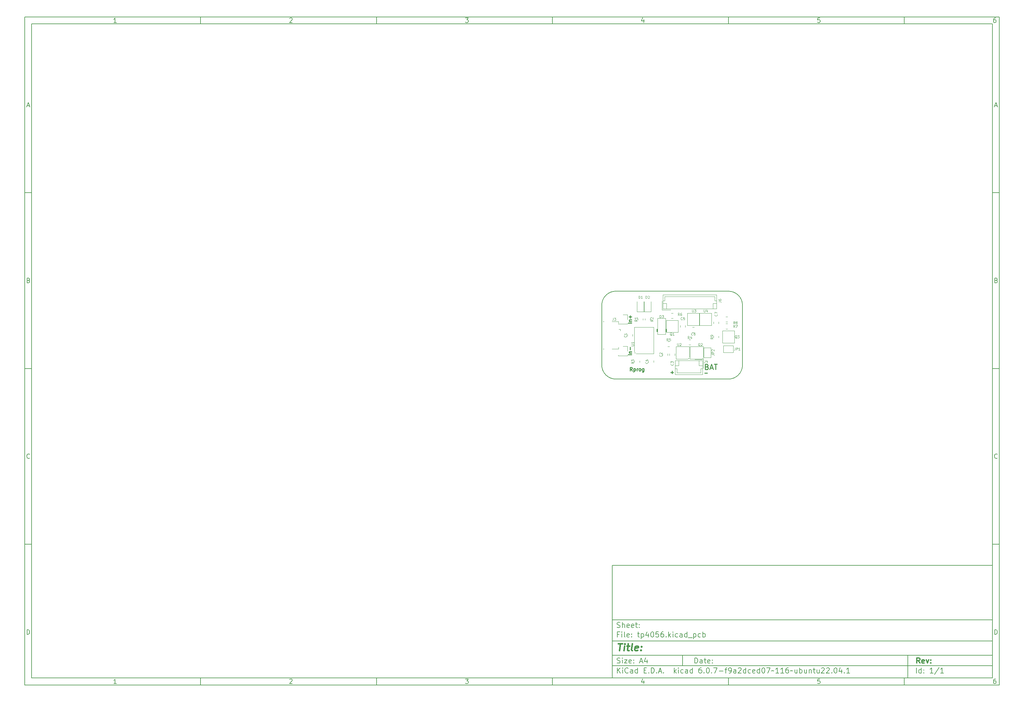
<source format=gbr>
%TF.GenerationSoftware,KiCad,Pcbnew,6.0.7-f9a2dced07~116~ubuntu22.04.1*%
%TF.CreationDate,2022-09-07T10:58:27-03:00*%
%TF.ProjectId,tp4056,74703430-3536-42e6-9b69-6361645f7063,rev?*%
%TF.SameCoordinates,Original*%
%TF.FileFunction,Legend,Top*%
%TF.FilePolarity,Positive*%
%FSLAX46Y46*%
G04 Gerber Fmt 4.6, Leading zero omitted, Abs format (unit mm)*
G04 Created by KiCad (PCBNEW 6.0.7-f9a2dced07~116~ubuntu22.04.1) date 2022-09-07 10:58:27*
%MOMM*%
%LPD*%
G01*
G04 APERTURE LIST*
%ADD10C,0.100000*%
%ADD11C,0.150000*%
%ADD12C,0.300000*%
%ADD13C,0.400000*%
%ADD14C,0.250000*%
%ADD15C,0.120000*%
%ADD16C,0.200000*%
%TA.AperFunction,Profile*%
%ADD17C,0.150000*%
%TD*%
G04 APERTURE END LIST*
D10*
D11*
X177002200Y-166007200D02*
X177002200Y-198007200D01*
X285002200Y-198007200D01*
X285002200Y-166007200D01*
X177002200Y-166007200D01*
D10*
D11*
X10000000Y-10000000D02*
X10000000Y-200007200D01*
X287002200Y-200007200D01*
X287002200Y-10000000D01*
X10000000Y-10000000D01*
D10*
D11*
X12000000Y-12000000D02*
X12000000Y-198007200D01*
X285002200Y-198007200D01*
X285002200Y-12000000D01*
X12000000Y-12000000D01*
D10*
D11*
X60000000Y-12000000D02*
X60000000Y-10000000D01*
D10*
D11*
X110000000Y-12000000D02*
X110000000Y-10000000D01*
D10*
D11*
X160000000Y-12000000D02*
X160000000Y-10000000D01*
D10*
D11*
X210000000Y-12000000D02*
X210000000Y-10000000D01*
D10*
D11*
X260000000Y-12000000D02*
X260000000Y-10000000D01*
D10*
D11*
X36065476Y-11588095D02*
X35322619Y-11588095D01*
X35694047Y-11588095D02*
X35694047Y-10288095D01*
X35570238Y-10473809D01*
X35446428Y-10597619D01*
X35322619Y-10659523D01*
D10*
D11*
X85322619Y-10411904D02*
X85384523Y-10350000D01*
X85508333Y-10288095D01*
X85817857Y-10288095D01*
X85941666Y-10350000D01*
X86003571Y-10411904D01*
X86065476Y-10535714D01*
X86065476Y-10659523D01*
X86003571Y-10845238D01*
X85260714Y-11588095D01*
X86065476Y-11588095D01*
D10*
D11*
X135260714Y-10288095D02*
X136065476Y-10288095D01*
X135632142Y-10783333D01*
X135817857Y-10783333D01*
X135941666Y-10845238D01*
X136003571Y-10907142D01*
X136065476Y-11030952D01*
X136065476Y-11340476D01*
X136003571Y-11464285D01*
X135941666Y-11526190D01*
X135817857Y-11588095D01*
X135446428Y-11588095D01*
X135322619Y-11526190D01*
X135260714Y-11464285D01*
D10*
D11*
X185941666Y-10721428D02*
X185941666Y-11588095D01*
X185632142Y-10226190D02*
X185322619Y-11154761D01*
X186127380Y-11154761D01*
D10*
D11*
X236003571Y-10288095D02*
X235384523Y-10288095D01*
X235322619Y-10907142D01*
X235384523Y-10845238D01*
X235508333Y-10783333D01*
X235817857Y-10783333D01*
X235941666Y-10845238D01*
X236003571Y-10907142D01*
X236065476Y-11030952D01*
X236065476Y-11340476D01*
X236003571Y-11464285D01*
X235941666Y-11526190D01*
X235817857Y-11588095D01*
X235508333Y-11588095D01*
X235384523Y-11526190D01*
X235322619Y-11464285D01*
D10*
D11*
X285941666Y-10288095D02*
X285694047Y-10288095D01*
X285570238Y-10350000D01*
X285508333Y-10411904D01*
X285384523Y-10597619D01*
X285322619Y-10845238D01*
X285322619Y-11340476D01*
X285384523Y-11464285D01*
X285446428Y-11526190D01*
X285570238Y-11588095D01*
X285817857Y-11588095D01*
X285941666Y-11526190D01*
X286003571Y-11464285D01*
X286065476Y-11340476D01*
X286065476Y-11030952D01*
X286003571Y-10907142D01*
X285941666Y-10845238D01*
X285817857Y-10783333D01*
X285570238Y-10783333D01*
X285446428Y-10845238D01*
X285384523Y-10907142D01*
X285322619Y-11030952D01*
D10*
D11*
X60000000Y-198007200D02*
X60000000Y-200007200D01*
D10*
D11*
X110000000Y-198007200D02*
X110000000Y-200007200D01*
D10*
D11*
X160000000Y-198007200D02*
X160000000Y-200007200D01*
D10*
D11*
X210000000Y-198007200D02*
X210000000Y-200007200D01*
D10*
D11*
X260000000Y-198007200D02*
X260000000Y-200007200D01*
D10*
D11*
X36065476Y-199595295D02*
X35322619Y-199595295D01*
X35694047Y-199595295D02*
X35694047Y-198295295D01*
X35570238Y-198481009D01*
X35446428Y-198604819D01*
X35322619Y-198666723D01*
D10*
D11*
X85322619Y-198419104D02*
X85384523Y-198357200D01*
X85508333Y-198295295D01*
X85817857Y-198295295D01*
X85941666Y-198357200D01*
X86003571Y-198419104D01*
X86065476Y-198542914D01*
X86065476Y-198666723D01*
X86003571Y-198852438D01*
X85260714Y-199595295D01*
X86065476Y-199595295D01*
D10*
D11*
X135260714Y-198295295D02*
X136065476Y-198295295D01*
X135632142Y-198790533D01*
X135817857Y-198790533D01*
X135941666Y-198852438D01*
X136003571Y-198914342D01*
X136065476Y-199038152D01*
X136065476Y-199347676D01*
X136003571Y-199471485D01*
X135941666Y-199533390D01*
X135817857Y-199595295D01*
X135446428Y-199595295D01*
X135322619Y-199533390D01*
X135260714Y-199471485D01*
D10*
D11*
X185941666Y-198728628D02*
X185941666Y-199595295D01*
X185632142Y-198233390D02*
X185322619Y-199161961D01*
X186127380Y-199161961D01*
D10*
D11*
X236003571Y-198295295D02*
X235384523Y-198295295D01*
X235322619Y-198914342D01*
X235384523Y-198852438D01*
X235508333Y-198790533D01*
X235817857Y-198790533D01*
X235941666Y-198852438D01*
X236003571Y-198914342D01*
X236065476Y-199038152D01*
X236065476Y-199347676D01*
X236003571Y-199471485D01*
X235941666Y-199533390D01*
X235817857Y-199595295D01*
X235508333Y-199595295D01*
X235384523Y-199533390D01*
X235322619Y-199471485D01*
D10*
D11*
X285941666Y-198295295D02*
X285694047Y-198295295D01*
X285570238Y-198357200D01*
X285508333Y-198419104D01*
X285384523Y-198604819D01*
X285322619Y-198852438D01*
X285322619Y-199347676D01*
X285384523Y-199471485D01*
X285446428Y-199533390D01*
X285570238Y-199595295D01*
X285817857Y-199595295D01*
X285941666Y-199533390D01*
X286003571Y-199471485D01*
X286065476Y-199347676D01*
X286065476Y-199038152D01*
X286003571Y-198914342D01*
X285941666Y-198852438D01*
X285817857Y-198790533D01*
X285570238Y-198790533D01*
X285446428Y-198852438D01*
X285384523Y-198914342D01*
X285322619Y-199038152D01*
D10*
D11*
X10000000Y-60000000D02*
X12000000Y-60000000D01*
D10*
D11*
X10000000Y-110000000D02*
X12000000Y-110000000D01*
D10*
D11*
X10000000Y-160000000D02*
X12000000Y-160000000D01*
D10*
D11*
X10690476Y-35216666D02*
X11309523Y-35216666D01*
X10566666Y-35588095D02*
X11000000Y-34288095D01*
X11433333Y-35588095D01*
D10*
D11*
X11092857Y-84907142D02*
X11278571Y-84969047D01*
X11340476Y-85030952D01*
X11402380Y-85154761D01*
X11402380Y-85340476D01*
X11340476Y-85464285D01*
X11278571Y-85526190D01*
X11154761Y-85588095D01*
X10659523Y-85588095D01*
X10659523Y-84288095D01*
X11092857Y-84288095D01*
X11216666Y-84350000D01*
X11278571Y-84411904D01*
X11340476Y-84535714D01*
X11340476Y-84659523D01*
X11278571Y-84783333D01*
X11216666Y-84845238D01*
X11092857Y-84907142D01*
X10659523Y-84907142D01*
D10*
D11*
X11402380Y-135464285D02*
X11340476Y-135526190D01*
X11154761Y-135588095D01*
X11030952Y-135588095D01*
X10845238Y-135526190D01*
X10721428Y-135402380D01*
X10659523Y-135278571D01*
X10597619Y-135030952D01*
X10597619Y-134845238D01*
X10659523Y-134597619D01*
X10721428Y-134473809D01*
X10845238Y-134350000D01*
X11030952Y-134288095D01*
X11154761Y-134288095D01*
X11340476Y-134350000D01*
X11402380Y-134411904D01*
D10*
D11*
X10659523Y-185588095D02*
X10659523Y-184288095D01*
X10969047Y-184288095D01*
X11154761Y-184350000D01*
X11278571Y-184473809D01*
X11340476Y-184597619D01*
X11402380Y-184845238D01*
X11402380Y-185030952D01*
X11340476Y-185278571D01*
X11278571Y-185402380D01*
X11154761Y-185526190D01*
X10969047Y-185588095D01*
X10659523Y-185588095D01*
D10*
D11*
X287002200Y-60000000D02*
X285002200Y-60000000D01*
D10*
D11*
X287002200Y-110000000D02*
X285002200Y-110000000D01*
D10*
D11*
X287002200Y-160000000D02*
X285002200Y-160000000D01*
D10*
D11*
X285692676Y-35216666D02*
X286311723Y-35216666D01*
X285568866Y-35588095D02*
X286002200Y-34288095D01*
X286435533Y-35588095D01*
D10*
D11*
X286095057Y-84907142D02*
X286280771Y-84969047D01*
X286342676Y-85030952D01*
X286404580Y-85154761D01*
X286404580Y-85340476D01*
X286342676Y-85464285D01*
X286280771Y-85526190D01*
X286156961Y-85588095D01*
X285661723Y-85588095D01*
X285661723Y-84288095D01*
X286095057Y-84288095D01*
X286218866Y-84350000D01*
X286280771Y-84411904D01*
X286342676Y-84535714D01*
X286342676Y-84659523D01*
X286280771Y-84783333D01*
X286218866Y-84845238D01*
X286095057Y-84907142D01*
X285661723Y-84907142D01*
D10*
D11*
X286404580Y-135464285D02*
X286342676Y-135526190D01*
X286156961Y-135588095D01*
X286033152Y-135588095D01*
X285847438Y-135526190D01*
X285723628Y-135402380D01*
X285661723Y-135278571D01*
X285599819Y-135030952D01*
X285599819Y-134845238D01*
X285661723Y-134597619D01*
X285723628Y-134473809D01*
X285847438Y-134350000D01*
X286033152Y-134288095D01*
X286156961Y-134288095D01*
X286342676Y-134350000D01*
X286404580Y-134411904D01*
D10*
D11*
X285661723Y-185588095D02*
X285661723Y-184288095D01*
X285971247Y-184288095D01*
X286156961Y-184350000D01*
X286280771Y-184473809D01*
X286342676Y-184597619D01*
X286404580Y-184845238D01*
X286404580Y-185030952D01*
X286342676Y-185278571D01*
X286280771Y-185402380D01*
X286156961Y-185526190D01*
X285971247Y-185588095D01*
X285661723Y-185588095D01*
D10*
D11*
X200434342Y-193785771D02*
X200434342Y-192285771D01*
X200791485Y-192285771D01*
X201005771Y-192357200D01*
X201148628Y-192500057D01*
X201220057Y-192642914D01*
X201291485Y-192928628D01*
X201291485Y-193142914D01*
X201220057Y-193428628D01*
X201148628Y-193571485D01*
X201005771Y-193714342D01*
X200791485Y-193785771D01*
X200434342Y-193785771D01*
X202577200Y-193785771D02*
X202577200Y-193000057D01*
X202505771Y-192857200D01*
X202362914Y-192785771D01*
X202077200Y-192785771D01*
X201934342Y-192857200D01*
X202577200Y-193714342D02*
X202434342Y-193785771D01*
X202077200Y-193785771D01*
X201934342Y-193714342D01*
X201862914Y-193571485D01*
X201862914Y-193428628D01*
X201934342Y-193285771D01*
X202077200Y-193214342D01*
X202434342Y-193214342D01*
X202577200Y-193142914D01*
X203077200Y-192785771D02*
X203648628Y-192785771D01*
X203291485Y-192285771D02*
X203291485Y-193571485D01*
X203362914Y-193714342D01*
X203505771Y-193785771D01*
X203648628Y-193785771D01*
X204720057Y-193714342D02*
X204577200Y-193785771D01*
X204291485Y-193785771D01*
X204148628Y-193714342D01*
X204077200Y-193571485D01*
X204077200Y-193000057D01*
X204148628Y-192857200D01*
X204291485Y-192785771D01*
X204577200Y-192785771D01*
X204720057Y-192857200D01*
X204791485Y-193000057D01*
X204791485Y-193142914D01*
X204077200Y-193285771D01*
X205434342Y-193642914D02*
X205505771Y-193714342D01*
X205434342Y-193785771D01*
X205362914Y-193714342D01*
X205434342Y-193642914D01*
X205434342Y-193785771D01*
X205434342Y-192857200D02*
X205505771Y-192928628D01*
X205434342Y-193000057D01*
X205362914Y-192928628D01*
X205434342Y-192857200D01*
X205434342Y-193000057D01*
D10*
D11*
X177002200Y-194507200D02*
X285002200Y-194507200D01*
D10*
D11*
X178434342Y-196585771D02*
X178434342Y-195085771D01*
X179291485Y-196585771D02*
X178648628Y-195728628D01*
X179291485Y-195085771D02*
X178434342Y-195942914D01*
X179934342Y-196585771D02*
X179934342Y-195585771D01*
X179934342Y-195085771D02*
X179862914Y-195157200D01*
X179934342Y-195228628D01*
X180005771Y-195157200D01*
X179934342Y-195085771D01*
X179934342Y-195228628D01*
X181505771Y-196442914D02*
X181434342Y-196514342D01*
X181220057Y-196585771D01*
X181077200Y-196585771D01*
X180862914Y-196514342D01*
X180720057Y-196371485D01*
X180648628Y-196228628D01*
X180577200Y-195942914D01*
X180577200Y-195728628D01*
X180648628Y-195442914D01*
X180720057Y-195300057D01*
X180862914Y-195157200D01*
X181077200Y-195085771D01*
X181220057Y-195085771D01*
X181434342Y-195157200D01*
X181505771Y-195228628D01*
X182791485Y-196585771D02*
X182791485Y-195800057D01*
X182720057Y-195657200D01*
X182577200Y-195585771D01*
X182291485Y-195585771D01*
X182148628Y-195657200D01*
X182791485Y-196514342D02*
X182648628Y-196585771D01*
X182291485Y-196585771D01*
X182148628Y-196514342D01*
X182077200Y-196371485D01*
X182077200Y-196228628D01*
X182148628Y-196085771D01*
X182291485Y-196014342D01*
X182648628Y-196014342D01*
X182791485Y-195942914D01*
X184148628Y-196585771D02*
X184148628Y-195085771D01*
X184148628Y-196514342D02*
X184005771Y-196585771D01*
X183720057Y-196585771D01*
X183577200Y-196514342D01*
X183505771Y-196442914D01*
X183434342Y-196300057D01*
X183434342Y-195871485D01*
X183505771Y-195728628D01*
X183577200Y-195657200D01*
X183720057Y-195585771D01*
X184005771Y-195585771D01*
X184148628Y-195657200D01*
X186005771Y-195800057D02*
X186505771Y-195800057D01*
X186720057Y-196585771D02*
X186005771Y-196585771D01*
X186005771Y-195085771D01*
X186720057Y-195085771D01*
X187362914Y-196442914D02*
X187434342Y-196514342D01*
X187362914Y-196585771D01*
X187291485Y-196514342D01*
X187362914Y-196442914D01*
X187362914Y-196585771D01*
X188077200Y-196585771D02*
X188077200Y-195085771D01*
X188434342Y-195085771D01*
X188648628Y-195157200D01*
X188791485Y-195300057D01*
X188862914Y-195442914D01*
X188934342Y-195728628D01*
X188934342Y-195942914D01*
X188862914Y-196228628D01*
X188791485Y-196371485D01*
X188648628Y-196514342D01*
X188434342Y-196585771D01*
X188077200Y-196585771D01*
X189577200Y-196442914D02*
X189648628Y-196514342D01*
X189577200Y-196585771D01*
X189505771Y-196514342D01*
X189577200Y-196442914D01*
X189577200Y-196585771D01*
X190220057Y-196157200D02*
X190934342Y-196157200D01*
X190077200Y-196585771D02*
X190577200Y-195085771D01*
X191077200Y-196585771D01*
X191577200Y-196442914D02*
X191648628Y-196514342D01*
X191577200Y-196585771D01*
X191505771Y-196514342D01*
X191577200Y-196442914D01*
X191577200Y-196585771D01*
X194577200Y-196585771D02*
X194577200Y-195085771D01*
X194720057Y-196014342D02*
X195148628Y-196585771D01*
X195148628Y-195585771D02*
X194577200Y-196157200D01*
X195791485Y-196585771D02*
X195791485Y-195585771D01*
X195791485Y-195085771D02*
X195720057Y-195157200D01*
X195791485Y-195228628D01*
X195862914Y-195157200D01*
X195791485Y-195085771D01*
X195791485Y-195228628D01*
X197148628Y-196514342D02*
X197005771Y-196585771D01*
X196720057Y-196585771D01*
X196577200Y-196514342D01*
X196505771Y-196442914D01*
X196434342Y-196300057D01*
X196434342Y-195871485D01*
X196505771Y-195728628D01*
X196577200Y-195657200D01*
X196720057Y-195585771D01*
X197005771Y-195585771D01*
X197148628Y-195657200D01*
X198434342Y-196585771D02*
X198434342Y-195800057D01*
X198362914Y-195657200D01*
X198220057Y-195585771D01*
X197934342Y-195585771D01*
X197791485Y-195657200D01*
X198434342Y-196514342D02*
X198291485Y-196585771D01*
X197934342Y-196585771D01*
X197791485Y-196514342D01*
X197720057Y-196371485D01*
X197720057Y-196228628D01*
X197791485Y-196085771D01*
X197934342Y-196014342D01*
X198291485Y-196014342D01*
X198434342Y-195942914D01*
X199791485Y-196585771D02*
X199791485Y-195085771D01*
X199791485Y-196514342D02*
X199648628Y-196585771D01*
X199362914Y-196585771D01*
X199220057Y-196514342D01*
X199148628Y-196442914D01*
X199077200Y-196300057D01*
X199077200Y-195871485D01*
X199148628Y-195728628D01*
X199220057Y-195657200D01*
X199362914Y-195585771D01*
X199648628Y-195585771D01*
X199791485Y-195657200D01*
X202291485Y-195085771D02*
X202005771Y-195085771D01*
X201862914Y-195157200D01*
X201791485Y-195228628D01*
X201648628Y-195442914D01*
X201577200Y-195728628D01*
X201577200Y-196300057D01*
X201648628Y-196442914D01*
X201720057Y-196514342D01*
X201862914Y-196585771D01*
X202148628Y-196585771D01*
X202291485Y-196514342D01*
X202362914Y-196442914D01*
X202434342Y-196300057D01*
X202434342Y-195942914D01*
X202362914Y-195800057D01*
X202291485Y-195728628D01*
X202148628Y-195657200D01*
X201862914Y-195657200D01*
X201720057Y-195728628D01*
X201648628Y-195800057D01*
X201577200Y-195942914D01*
X203077200Y-196442914D02*
X203148628Y-196514342D01*
X203077200Y-196585771D01*
X203005771Y-196514342D01*
X203077200Y-196442914D01*
X203077200Y-196585771D01*
X204077200Y-195085771D02*
X204220057Y-195085771D01*
X204362914Y-195157200D01*
X204434342Y-195228628D01*
X204505771Y-195371485D01*
X204577200Y-195657200D01*
X204577200Y-196014342D01*
X204505771Y-196300057D01*
X204434342Y-196442914D01*
X204362914Y-196514342D01*
X204220057Y-196585771D01*
X204077200Y-196585771D01*
X203934342Y-196514342D01*
X203862914Y-196442914D01*
X203791485Y-196300057D01*
X203720057Y-196014342D01*
X203720057Y-195657200D01*
X203791485Y-195371485D01*
X203862914Y-195228628D01*
X203934342Y-195157200D01*
X204077200Y-195085771D01*
X205220057Y-196442914D02*
X205291485Y-196514342D01*
X205220057Y-196585771D01*
X205148628Y-196514342D01*
X205220057Y-196442914D01*
X205220057Y-196585771D01*
X205791485Y-195085771D02*
X206791485Y-195085771D01*
X206148628Y-196585771D01*
X207362914Y-196014342D02*
X208505771Y-196014342D01*
X209005771Y-195585771D02*
X209577200Y-195585771D01*
X209220057Y-196585771D02*
X209220057Y-195300057D01*
X209291485Y-195157200D01*
X209434342Y-195085771D01*
X209577200Y-195085771D01*
X210148628Y-196585771D02*
X210434342Y-196585771D01*
X210577200Y-196514342D01*
X210648628Y-196442914D01*
X210791485Y-196228628D01*
X210862914Y-195942914D01*
X210862914Y-195371485D01*
X210791485Y-195228628D01*
X210720057Y-195157200D01*
X210577200Y-195085771D01*
X210291485Y-195085771D01*
X210148628Y-195157200D01*
X210077200Y-195228628D01*
X210005771Y-195371485D01*
X210005771Y-195728628D01*
X210077200Y-195871485D01*
X210148628Y-195942914D01*
X210291485Y-196014342D01*
X210577200Y-196014342D01*
X210720057Y-195942914D01*
X210791485Y-195871485D01*
X210862914Y-195728628D01*
X212148628Y-196585771D02*
X212148628Y-195800057D01*
X212077200Y-195657200D01*
X211934342Y-195585771D01*
X211648628Y-195585771D01*
X211505771Y-195657200D01*
X212148628Y-196514342D02*
X212005771Y-196585771D01*
X211648628Y-196585771D01*
X211505771Y-196514342D01*
X211434342Y-196371485D01*
X211434342Y-196228628D01*
X211505771Y-196085771D01*
X211648628Y-196014342D01*
X212005771Y-196014342D01*
X212148628Y-195942914D01*
X212791485Y-195228628D02*
X212862914Y-195157200D01*
X213005771Y-195085771D01*
X213362914Y-195085771D01*
X213505771Y-195157200D01*
X213577200Y-195228628D01*
X213648628Y-195371485D01*
X213648628Y-195514342D01*
X213577200Y-195728628D01*
X212720057Y-196585771D01*
X213648628Y-196585771D01*
X214934342Y-196585771D02*
X214934342Y-195085771D01*
X214934342Y-196514342D02*
X214791485Y-196585771D01*
X214505771Y-196585771D01*
X214362914Y-196514342D01*
X214291485Y-196442914D01*
X214220057Y-196300057D01*
X214220057Y-195871485D01*
X214291485Y-195728628D01*
X214362914Y-195657200D01*
X214505771Y-195585771D01*
X214791485Y-195585771D01*
X214934342Y-195657200D01*
X216291485Y-196514342D02*
X216148628Y-196585771D01*
X215862914Y-196585771D01*
X215720057Y-196514342D01*
X215648628Y-196442914D01*
X215577200Y-196300057D01*
X215577200Y-195871485D01*
X215648628Y-195728628D01*
X215720057Y-195657200D01*
X215862914Y-195585771D01*
X216148628Y-195585771D01*
X216291485Y-195657200D01*
X217505771Y-196514342D02*
X217362914Y-196585771D01*
X217077200Y-196585771D01*
X216934342Y-196514342D01*
X216862914Y-196371485D01*
X216862914Y-195800057D01*
X216934342Y-195657200D01*
X217077200Y-195585771D01*
X217362914Y-195585771D01*
X217505771Y-195657200D01*
X217577200Y-195800057D01*
X217577200Y-195942914D01*
X216862914Y-196085771D01*
X218862914Y-196585771D02*
X218862914Y-195085771D01*
X218862914Y-196514342D02*
X218720057Y-196585771D01*
X218434342Y-196585771D01*
X218291485Y-196514342D01*
X218220057Y-196442914D01*
X218148628Y-196300057D01*
X218148628Y-195871485D01*
X218220057Y-195728628D01*
X218291485Y-195657200D01*
X218434342Y-195585771D01*
X218720057Y-195585771D01*
X218862914Y-195657200D01*
X219862914Y-195085771D02*
X220005771Y-195085771D01*
X220148628Y-195157200D01*
X220220057Y-195228628D01*
X220291485Y-195371485D01*
X220362914Y-195657200D01*
X220362914Y-196014342D01*
X220291485Y-196300057D01*
X220220057Y-196442914D01*
X220148628Y-196514342D01*
X220005771Y-196585771D01*
X219862914Y-196585771D01*
X219720057Y-196514342D01*
X219648628Y-196442914D01*
X219577200Y-196300057D01*
X219505771Y-196014342D01*
X219505771Y-195657200D01*
X219577200Y-195371485D01*
X219648628Y-195228628D01*
X219720057Y-195157200D01*
X219862914Y-195085771D01*
X220862914Y-195085771D02*
X221862914Y-195085771D01*
X221220057Y-196585771D01*
X222220057Y-196014342D02*
X222291485Y-195942914D01*
X222434342Y-195871485D01*
X222720057Y-196014342D01*
X222862914Y-195942914D01*
X222934342Y-195871485D01*
X224291485Y-196585771D02*
X223434342Y-196585771D01*
X223862914Y-196585771D02*
X223862914Y-195085771D01*
X223720057Y-195300057D01*
X223577200Y-195442914D01*
X223434342Y-195514342D01*
X225720057Y-196585771D02*
X224862914Y-196585771D01*
X225291485Y-196585771D02*
X225291485Y-195085771D01*
X225148628Y-195300057D01*
X225005771Y-195442914D01*
X224862914Y-195514342D01*
X227005771Y-195085771D02*
X226720057Y-195085771D01*
X226577200Y-195157200D01*
X226505771Y-195228628D01*
X226362914Y-195442914D01*
X226291485Y-195728628D01*
X226291485Y-196300057D01*
X226362914Y-196442914D01*
X226434342Y-196514342D01*
X226577200Y-196585771D01*
X226862914Y-196585771D01*
X227005771Y-196514342D01*
X227077200Y-196442914D01*
X227148628Y-196300057D01*
X227148628Y-195942914D01*
X227077200Y-195800057D01*
X227005771Y-195728628D01*
X226862914Y-195657200D01*
X226577200Y-195657200D01*
X226434342Y-195728628D01*
X226362914Y-195800057D01*
X226291485Y-195942914D01*
X227577199Y-196014342D02*
X227648628Y-195942914D01*
X227791485Y-195871485D01*
X228077199Y-196014342D01*
X228220057Y-195942914D01*
X228291485Y-195871485D01*
X229505771Y-195585771D02*
X229505771Y-196585771D01*
X228862914Y-195585771D02*
X228862914Y-196371485D01*
X228934342Y-196514342D01*
X229077200Y-196585771D01*
X229291485Y-196585771D01*
X229434342Y-196514342D01*
X229505771Y-196442914D01*
X230220057Y-196585771D02*
X230220057Y-195085771D01*
X230220057Y-195657200D02*
X230362914Y-195585771D01*
X230648628Y-195585771D01*
X230791485Y-195657200D01*
X230862914Y-195728628D01*
X230934342Y-195871485D01*
X230934342Y-196300057D01*
X230862914Y-196442914D01*
X230791485Y-196514342D01*
X230648628Y-196585771D01*
X230362914Y-196585771D01*
X230220057Y-196514342D01*
X232220057Y-195585771D02*
X232220057Y-196585771D01*
X231577200Y-195585771D02*
X231577200Y-196371485D01*
X231648628Y-196514342D01*
X231791485Y-196585771D01*
X232005771Y-196585771D01*
X232148628Y-196514342D01*
X232220057Y-196442914D01*
X232934342Y-195585771D02*
X232934342Y-196585771D01*
X232934342Y-195728628D02*
X233005771Y-195657200D01*
X233148628Y-195585771D01*
X233362914Y-195585771D01*
X233505771Y-195657200D01*
X233577200Y-195800057D01*
X233577200Y-196585771D01*
X234077200Y-195585771D02*
X234648628Y-195585771D01*
X234291485Y-195085771D02*
X234291485Y-196371485D01*
X234362914Y-196514342D01*
X234505771Y-196585771D01*
X234648628Y-196585771D01*
X235791485Y-195585771D02*
X235791485Y-196585771D01*
X235148628Y-195585771D02*
X235148628Y-196371485D01*
X235220057Y-196514342D01*
X235362914Y-196585771D01*
X235577200Y-196585771D01*
X235720057Y-196514342D01*
X235791485Y-196442914D01*
X236434342Y-195228628D02*
X236505771Y-195157200D01*
X236648628Y-195085771D01*
X237005771Y-195085771D01*
X237148628Y-195157200D01*
X237220057Y-195228628D01*
X237291485Y-195371485D01*
X237291485Y-195514342D01*
X237220057Y-195728628D01*
X236362914Y-196585771D01*
X237291485Y-196585771D01*
X237862914Y-195228628D02*
X237934342Y-195157200D01*
X238077200Y-195085771D01*
X238434342Y-195085771D01*
X238577200Y-195157200D01*
X238648628Y-195228628D01*
X238720057Y-195371485D01*
X238720057Y-195514342D01*
X238648628Y-195728628D01*
X237791485Y-196585771D01*
X238720057Y-196585771D01*
X239362914Y-196442914D02*
X239434342Y-196514342D01*
X239362914Y-196585771D01*
X239291485Y-196514342D01*
X239362914Y-196442914D01*
X239362914Y-196585771D01*
X240362914Y-195085771D02*
X240505771Y-195085771D01*
X240648628Y-195157200D01*
X240720057Y-195228628D01*
X240791485Y-195371485D01*
X240862914Y-195657200D01*
X240862914Y-196014342D01*
X240791485Y-196300057D01*
X240720057Y-196442914D01*
X240648628Y-196514342D01*
X240505771Y-196585771D01*
X240362914Y-196585771D01*
X240220057Y-196514342D01*
X240148628Y-196442914D01*
X240077200Y-196300057D01*
X240005771Y-196014342D01*
X240005771Y-195657200D01*
X240077200Y-195371485D01*
X240148628Y-195228628D01*
X240220057Y-195157200D01*
X240362914Y-195085771D01*
X242148628Y-195585771D02*
X242148628Y-196585771D01*
X241791485Y-195014342D02*
X241434342Y-196085771D01*
X242362914Y-196085771D01*
X242934342Y-196442914D02*
X243005771Y-196514342D01*
X242934342Y-196585771D01*
X242862914Y-196514342D01*
X242934342Y-196442914D01*
X242934342Y-196585771D01*
X244434342Y-196585771D02*
X243577199Y-196585771D01*
X244005771Y-196585771D02*
X244005771Y-195085771D01*
X243862914Y-195300057D01*
X243720057Y-195442914D01*
X243577199Y-195514342D01*
D10*
D11*
X177002200Y-191507200D02*
X285002200Y-191507200D01*
D10*
D12*
X264411485Y-193785771D02*
X263911485Y-193071485D01*
X263554342Y-193785771D02*
X263554342Y-192285771D01*
X264125771Y-192285771D01*
X264268628Y-192357200D01*
X264340057Y-192428628D01*
X264411485Y-192571485D01*
X264411485Y-192785771D01*
X264340057Y-192928628D01*
X264268628Y-193000057D01*
X264125771Y-193071485D01*
X263554342Y-193071485D01*
X265625771Y-193714342D02*
X265482914Y-193785771D01*
X265197200Y-193785771D01*
X265054342Y-193714342D01*
X264982914Y-193571485D01*
X264982914Y-193000057D01*
X265054342Y-192857200D01*
X265197200Y-192785771D01*
X265482914Y-192785771D01*
X265625771Y-192857200D01*
X265697200Y-193000057D01*
X265697200Y-193142914D01*
X264982914Y-193285771D01*
X266197200Y-192785771D02*
X266554342Y-193785771D01*
X266911485Y-192785771D01*
X267482914Y-193642914D02*
X267554342Y-193714342D01*
X267482914Y-193785771D01*
X267411485Y-193714342D01*
X267482914Y-193642914D01*
X267482914Y-193785771D01*
X267482914Y-192857200D02*
X267554342Y-192928628D01*
X267482914Y-193000057D01*
X267411485Y-192928628D01*
X267482914Y-192857200D01*
X267482914Y-193000057D01*
D10*
D11*
X178362914Y-193714342D02*
X178577200Y-193785771D01*
X178934342Y-193785771D01*
X179077200Y-193714342D01*
X179148628Y-193642914D01*
X179220057Y-193500057D01*
X179220057Y-193357200D01*
X179148628Y-193214342D01*
X179077200Y-193142914D01*
X178934342Y-193071485D01*
X178648628Y-193000057D01*
X178505771Y-192928628D01*
X178434342Y-192857200D01*
X178362914Y-192714342D01*
X178362914Y-192571485D01*
X178434342Y-192428628D01*
X178505771Y-192357200D01*
X178648628Y-192285771D01*
X179005771Y-192285771D01*
X179220057Y-192357200D01*
X179862914Y-193785771D02*
X179862914Y-192785771D01*
X179862914Y-192285771D02*
X179791485Y-192357200D01*
X179862914Y-192428628D01*
X179934342Y-192357200D01*
X179862914Y-192285771D01*
X179862914Y-192428628D01*
X180434342Y-192785771D02*
X181220057Y-192785771D01*
X180434342Y-193785771D01*
X181220057Y-193785771D01*
X182362914Y-193714342D02*
X182220057Y-193785771D01*
X181934342Y-193785771D01*
X181791485Y-193714342D01*
X181720057Y-193571485D01*
X181720057Y-193000057D01*
X181791485Y-192857200D01*
X181934342Y-192785771D01*
X182220057Y-192785771D01*
X182362914Y-192857200D01*
X182434342Y-193000057D01*
X182434342Y-193142914D01*
X181720057Y-193285771D01*
X183077200Y-193642914D02*
X183148628Y-193714342D01*
X183077200Y-193785771D01*
X183005771Y-193714342D01*
X183077200Y-193642914D01*
X183077200Y-193785771D01*
X183077200Y-192857200D02*
X183148628Y-192928628D01*
X183077200Y-193000057D01*
X183005771Y-192928628D01*
X183077200Y-192857200D01*
X183077200Y-193000057D01*
X184862914Y-193357200D02*
X185577200Y-193357200D01*
X184720057Y-193785771D02*
X185220057Y-192285771D01*
X185720057Y-193785771D01*
X186862914Y-192785771D02*
X186862914Y-193785771D01*
X186505771Y-192214342D02*
X186148628Y-193285771D01*
X187077200Y-193285771D01*
D10*
D11*
X263434342Y-196585771D02*
X263434342Y-195085771D01*
X264791485Y-196585771D02*
X264791485Y-195085771D01*
X264791485Y-196514342D02*
X264648628Y-196585771D01*
X264362914Y-196585771D01*
X264220057Y-196514342D01*
X264148628Y-196442914D01*
X264077200Y-196300057D01*
X264077200Y-195871485D01*
X264148628Y-195728628D01*
X264220057Y-195657200D01*
X264362914Y-195585771D01*
X264648628Y-195585771D01*
X264791485Y-195657200D01*
X265505771Y-196442914D02*
X265577200Y-196514342D01*
X265505771Y-196585771D01*
X265434342Y-196514342D01*
X265505771Y-196442914D01*
X265505771Y-196585771D01*
X265505771Y-195657200D02*
X265577200Y-195728628D01*
X265505771Y-195800057D01*
X265434342Y-195728628D01*
X265505771Y-195657200D01*
X265505771Y-195800057D01*
X268148628Y-196585771D02*
X267291485Y-196585771D01*
X267720057Y-196585771D02*
X267720057Y-195085771D01*
X267577200Y-195300057D01*
X267434342Y-195442914D01*
X267291485Y-195514342D01*
X269862914Y-195014342D02*
X268577200Y-196942914D01*
X271148628Y-196585771D02*
X270291485Y-196585771D01*
X270720057Y-196585771D02*
X270720057Y-195085771D01*
X270577200Y-195300057D01*
X270434342Y-195442914D01*
X270291485Y-195514342D01*
D10*
D11*
X177002200Y-187507200D02*
X285002200Y-187507200D01*
D10*
D13*
X178714580Y-188211961D02*
X179857438Y-188211961D01*
X179036009Y-190211961D02*
X179286009Y-188211961D01*
X180274104Y-190211961D02*
X180440771Y-188878628D01*
X180524104Y-188211961D02*
X180416961Y-188307200D01*
X180500295Y-188402438D01*
X180607438Y-188307200D01*
X180524104Y-188211961D01*
X180500295Y-188402438D01*
X181107438Y-188878628D02*
X181869342Y-188878628D01*
X181476485Y-188211961D02*
X181262200Y-189926247D01*
X181333628Y-190116723D01*
X181512200Y-190211961D01*
X181702676Y-190211961D01*
X182655057Y-190211961D02*
X182476485Y-190116723D01*
X182405057Y-189926247D01*
X182619342Y-188211961D01*
X184190771Y-190116723D02*
X183988390Y-190211961D01*
X183607438Y-190211961D01*
X183428866Y-190116723D01*
X183357438Y-189926247D01*
X183452676Y-189164342D01*
X183571723Y-188973866D01*
X183774104Y-188878628D01*
X184155057Y-188878628D01*
X184333628Y-188973866D01*
X184405057Y-189164342D01*
X184381247Y-189354819D01*
X183405057Y-189545295D01*
X185155057Y-190021485D02*
X185238390Y-190116723D01*
X185131247Y-190211961D01*
X185047914Y-190116723D01*
X185155057Y-190021485D01*
X185131247Y-190211961D01*
X185286009Y-188973866D02*
X185369342Y-189069104D01*
X185262200Y-189164342D01*
X185178866Y-189069104D01*
X185286009Y-188973866D01*
X185262200Y-189164342D01*
D10*
D11*
X178934342Y-185600057D02*
X178434342Y-185600057D01*
X178434342Y-186385771D02*
X178434342Y-184885771D01*
X179148628Y-184885771D01*
X179720057Y-186385771D02*
X179720057Y-185385771D01*
X179720057Y-184885771D02*
X179648628Y-184957200D01*
X179720057Y-185028628D01*
X179791485Y-184957200D01*
X179720057Y-184885771D01*
X179720057Y-185028628D01*
X180648628Y-186385771D02*
X180505771Y-186314342D01*
X180434342Y-186171485D01*
X180434342Y-184885771D01*
X181791485Y-186314342D02*
X181648628Y-186385771D01*
X181362914Y-186385771D01*
X181220057Y-186314342D01*
X181148628Y-186171485D01*
X181148628Y-185600057D01*
X181220057Y-185457200D01*
X181362914Y-185385771D01*
X181648628Y-185385771D01*
X181791485Y-185457200D01*
X181862914Y-185600057D01*
X181862914Y-185742914D01*
X181148628Y-185885771D01*
X182505771Y-186242914D02*
X182577200Y-186314342D01*
X182505771Y-186385771D01*
X182434342Y-186314342D01*
X182505771Y-186242914D01*
X182505771Y-186385771D01*
X182505771Y-185457200D02*
X182577200Y-185528628D01*
X182505771Y-185600057D01*
X182434342Y-185528628D01*
X182505771Y-185457200D01*
X182505771Y-185600057D01*
X184148628Y-185385771D02*
X184720057Y-185385771D01*
X184362914Y-184885771D02*
X184362914Y-186171485D01*
X184434342Y-186314342D01*
X184577200Y-186385771D01*
X184720057Y-186385771D01*
X185220057Y-185385771D02*
X185220057Y-186885771D01*
X185220057Y-185457200D02*
X185362914Y-185385771D01*
X185648628Y-185385771D01*
X185791485Y-185457200D01*
X185862914Y-185528628D01*
X185934342Y-185671485D01*
X185934342Y-186100057D01*
X185862914Y-186242914D01*
X185791485Y-186314342D01*
X185648628Y-186385771D01*
X185362914Y-186385771D01*
X185220057Y-186314342D01*
X187220057Y-185385771D02*
X187220057Y-186385771D01*
X186862914Y-184814342D02*
X186505771Y-185885771D01*
X187434342Y-185885771D01*
X188291485Y-184885771D02*
X188434342Y-184885771D01*
X188577200Y-184957200D01*
X188648628Y-185028628D01*
X188720057Y-185171485D01*
X188791485Y-185457200D01*
X188791485Y-185814342D01*
X188720057Y-186100057D01*
X188648628Y-186242914D01*
X188577200Y-186314342D01*
X188434342Y-186385771D01*
X188291485Y-186385771D01*
X188148628Y-186314342D01*
X188077200Y-186242914D01*
X188005771Y-186100057D01*
X187934342Y-185814342D01*
X187934342Y-185457200D01*
X188005771Y-185171485D01*
X188077200Y-185028628D01*
X188148628Y-184957200D01*
X188291485Y-184885771D01*
X190148628Y-184885771D02*
X189434342Y-184885771D01*
X189362914Y-185600057D01*
X189434342Y-185528628D01*
X189577200Y-185457200D01*
X189934342Y-185457200D01*
X190077200Y-185528628D01*
X190148628Y-185600057D01*
X190220057Y-185742914D01*
X190220057Y-186100057D01*
X190148628Y-186242914D01*
X190077200Y-186314342D01*
X189934342Y-186385771D01*
X189577200Y-186385771D01*
X189434342Y-186314342D01*
X189362914Y-186242914D01*
X191505771Y-184885771D02*
X191220057Y-184885771D01*
X191077200Y-184957200D01*
X191005771Y-185028628D01*
X190862914Y-185242914D01*
X190791485Y-185528628D01*
X190791485Y-186100057D01*
X190862914Y-186242914D01*
X190934342Y-186314342D01*
X191077200Y-186385771D01*
X191362914Y-186385771D01*
X191505771Y-186314342D01*
X191577200Y-186242914D01*
X191648628Y-186100057D01*
X191648628Y-185742914D01*
X191577200Y-185600057D01*
X191505771Y-185528628D01*
X191362914Y-185457200D01*
X191077200Y-185457200D01*
X190934342Y-185528628D01*
X190862914Y-185600057D01*
X190791485Y-185742914D01*
X192291485Y-186242914D02*
X192362914Y-186314342D01*
X192291485Y-186385771D01*
X192220057Y-186314342D01*
X192291485Y-186242914D01*
X192291485Y-186385771D01*
X193005771Y-186385771D02*
X193005771Y-184885771D01*
X193148628Y-185814342D02*
X193577200Y-186385771D01*
X193577200Y-185385771D02*
X193005771Y-185957200D01*
X194220057Y-186385771D02*
X194220057Y-185385771D01*
X194220057Y-184885771D02*
X194148628Y-184957200D01*
X194220057Y-185028628D01*
X194291485Y-184957200D01*
X194220057Y-184885771D01*
X194220057Y-185028628D01*
X195577200Y-186314342D02*
X195434342Y-186385771D01*
X195148628Y-186385771D01*
X195005771Y-186314342D01*
X194934342Y-186242914D01*
X194862914Y-186100057D01*
X194862914Y-185671485D01*
X194934342Y-185528628D01*
X195005771Y-185457200D01*
X195148628Y-185385771D01*
X195434342Y-185385771D01*
X195577200Y-185457200D01*
X196862914Y-186385771D02*
X196862914Y-185600057D01*
X196791485Y-185457200D01*
X196648628Y-185385771D01*
X196362914Y-185385771D01*
X196220057Y-185457200D01*
X196862914Y-186314342D02*
X196720057Y-186385771D01*
X196362914Y-186385771D01*
X196220057Y-186314342D01*
X196148628Y-186171485D01*
X196148628Y-186028628D01*
X196220057Y-185885771D01*
X196362914Y-185814342D01*
X196720057Y-185814342D01*
X196862914Y-185742914D01*
X198220057Y-186385771D02*
X198220057Y-184885771D01*
X198220057Y-186314342D02*
X198077200Y-186385771D01*
X197791485Y-186385771D01*
X197648628Y-186314342D01*
X197577200Y-186242914D01*
X197505771Y-186100057D01*
X197505771Y-185671485D01*
X197577200Y-185528628D01*
X197648628Y-185457200D01*
X197791485Y-185385771D01*
X198077200Y-185385771D01*
X198220057Y-185457200D01*
X198577200Y-186528628D02*
X199720057Y-186528628D01*
X200077200Y-185385771D02*
X200077200Y-186885771D01*
X200077200Y-185457200D02*
X200220057Y-185385771D01*
X200505771Y-185385771D01*
X200648628Y-185457200D01*
X200720057Y-185528628D01*
X200791485Y-185671485D01*
X200791485Y-186100057D01*
X200720057Y-186242914D01*
X200648628Y-186314342D01*
X200505771Y-186385771D01*
X200220057Y-186385771D01*
X200077200Y-186314342D01*
X202077200Y-186314342D02*
X201934342Y-186385771D01*
X201648628Y-186385771D01*
X201505771Y-186314342D01*
X201434342Y-186242914D01*
X201362914Y-186100057D01*
X201362914Y-185671485D01*
X201434342Y-185528628D01*
X201505771Y-185457200D01*
X201648628Y-185385771D01*
X201934342Y-185385771D01*
X202077200Y-185457200D01*
X202720057Y-186385771D02*
X202720057Y-184885771D01*
X202720057Y-185457200D02*
X202862914Y-185385771D01*
X203148628Y-185385771D01*
X203291485Y-185457200D01*
X203362914Y-185528628D01*
X203434342Y-185671485D01*
X203434342Y-186100057D01*
X203362914Y-186242914D01*
X203291485Y-186314342D01*
X203148628Y-186385771D01*
X202862914Y-186385771D01*
X202720057Y-186314342D01*
D10*
D11*
X177002200Y-181507200D02*
X285002200Y-181507200D01*
D10*
D11*
X178362914Y-183614342D02*
X178577200Y-183685771D01*
X178934342Y-183685771D01*
X179077200Y-183614342D01*
X179148628Y-183542914D01*
X179220057Y-183400057D01*
X179220057Y-183257200D01*
X179148628Y-183114342D01*
X179077200Y-183042914D01*
X178934342Y-182971485D01*
X178648628Y-182900057D01*
X178505771Y-182828628D01*
X178434342Y-182757200D01*
X178362914Y-182614342D01*
X178362914Y-182471485D01*
X178434342Y-182328628D01*
X178505771Y-182257200D01*
X178648628Y-182185771D01*
X179005771Y-182185771D01*
X179220057Y-182257200D01*
X179862914Y-183685771D02*
X179862914Y-182185771D01*
X180505771Y-183685771D02*
X180505771Y-182900057D01*
X180434342Y-182757200D01*
X180291485Y-182685771D01*
X180077200Y-182685771D01*
X179934342Y-182757200D01*
X179862914Y-182828628D01*
X181791485Y-183614342D02*
X181648628Y-183685771D01*
X181362914Y-183685771D01*
X181220057Y-183614342D01*
X181148628Y-183471485D01*
X181148628Y-182900057D01*
X181220057Y-182757200D01*
X181362914Y-182685771D01*
X181648628Y-182685771D01*
X181791485Y-182757200D01*
X181862914Y-182900057D01*
X181862914Y-183042914D01*
X181148628Y-183185771D01*
X183077200Y-183614342D02*
X182934342Y-183685771D01*
X182648628Y-183685771D01*
X182505771Y-183614342D01*
X182434342Y-183471485D01*
X182434342Y-182900057D01*
X182505771Y-182757200D01*
X182648628Y-182685771D01*
X182934342Y-182685771D01*
X183077200Y-182757200D01*
X183148628Y-182900057D01*
X183148628Y-183042914D01*
X182434342Y-183185771D01*
X183577200Y-182685771D02*
X184148628Y-182685771D01*
X183791485Y-182185771D02*
X183791485Y-183471485D01*
X183862914Y-183614342D01*
X184005771Y-183685771D01*
X184148628Y-183685771D01*
X184648628Y-183542914D02*
X184720057Y-183614342D01*
X184648628Y-183685771D01*
X184577200Y-183614342D01*
X184648628Y-183542914D01*
X184648628Y-183685771D01*
X184648628Y-182757200D02*
X184720057Y-182828628D01*
X184648628Y-182900057D01*
X184577200Y-182828628D01*
X184648628Y-182757200D01*
X184648628Y-182900057D01*
D10*
D12*
D10*
D11*
D10*
D11*
D10*
D11*
D10*
D11*
D10*
D11*
X197002200Y-191507200D02*
X197002200Y-194507200D01*
D10*
D11*
X261002200Y-191507200D02*
X261002200Y-198007200D01*
D14*
X182452380Y-97071428D02*
X181452380Y-97071428D01*
X181785714Y-96595238D02*
X182452380Y-96595238D01*
X181880952Y-96595238D02*
X181833333Y-96547619D01*
X181785714Y-96452380D01*
X181785714Y-96309523D01*
X181833333Y-96214285D01*
X181928571Y-96166666D01*
X182452380Y-96166666D01*
X182071428Y-95690476D02*
X182071428Y-94928571D01*
X182452380Y-95309523D02*
X181690476Y-95309523D01*
X193619047Y-111071428D02*
X194380952Y-111071428D01*
X194000000Y-111452380D02*
X194000000Y-110690476D01*
X203219047Y-111271428D02*
X203980952Y-111271428D01*
X182642857Y-110652380D02*
X182309523Y-110176190D01*
X182071428Y-110652380D02*
X182071428Y-109652380D01*
X182452380Y-109652380D01*
X182547619Y-109700000D01*
X182595238Y-109747619D01*
X182642857Y-109842857D01*
X182642857Y-109985714D01*
X182595238Y-110080952D01*
X182547619Y-110128571D01*
X182452380Y-110176190D01*
X182071428Y-110176190D01*
X183071428Y-109985714D02*
X183071428Y-110985714D01*
X183071428Y-110033333D02*
X183166666Y-109985714D01*
X183357142Y-109985714D01*
X183452380Y-110033333D01*
X183500000Y-110080952D01*
X183547619Y-110176190D01*
X183547619Y-110461904D01*
X183500000Y-110557142D01*
X183452380Y-110604761D01*
X183357142Y-110652380D01*
X183166666Y-110652380D01*
X183071428Y-110604761D01*
X183976190Y-110652380D02*
X183976190Y-109985714D01*
X183976190Y-110176190D02*
X184023809Y-110080952D01*
X184071428Y-110033333D01*
X184166666Y-109985714D01*
X184261904Y-109985714D01*
X184738095Y-110652380D02*
X184642857Y-110604761D01*
X184595238Y-110557142D01*
X184547619Y-110461904D01*
X184547619Y-110176190D01*
X184595238Y-110080952D01*
X184642857Y-110033333D01*
X184738095Y-109985714D01*
X184880952Y-109985714D01*
X184976190Y-110033333D01*
X185023809Y-110080952D01*
X185071428Y-110176190D01*
X185071428Y-110461904D01*
X185023809Y-110557142D01*
X184976190Y-110604761D01*
X184880952Y-110652380D01*
X184738095Y-110652380D01*
X185928571Y-109985714D02*
X185928571Y-110795238D01*
X185880952Y-110890476D01*
X185833333Y-110938095D01*
X185738095Y-110985714D01*
X185595238Y-110985714D01*
X185500000Y-110938095D01*
X185928571Y-110604761D02*
X185833333Y-110652380D01*
X185642857Y-110652380D01*
X185547619Y-110604761D01*
X185500000Y-110557142D01*
X185452380Y-110461904D01*
X185452380Y-110176190D01*
X185500000Y-110080952D01*
X185547619Y-110033333D01*
X185642857Y-109985714D01*
X185833333Y-109985714D01*
X185928571Y-110033333D01*
X203892857Y-109492857D02*
X204107142Y-109564285D01*
X204178571Y-109635714D01*
X204250000Y-109778571D01*
X204250000Y-109992857D01*
X204178571Y-110135714D01*
X204107142Y-110207142D01*
X203964285Y-110278571D01*
X203392857Y-110278571D01*
X203392857Y-108778571D01*
X203892857Y-108778571D01*
X204035714Y-108850000D01*
X204107142Y-108921428D01*
X204178571Y-109064285D01*
X204178571Y-109207142D01*
X204107142Y-109350000D01*
X204035714Y-109421428D01*
X203892857Y-109492857D01*
X203392857Y-109492857D01*
X204821428Y-109850000D02*
X205535714Y-109850000D01*
X204678571Y-110278571D02*
X205178571Y-108778571D01*
X205678571Y-110278571D01*
X205964285Y-108778571D02*
X206821428Y-108778571D01*
X206392857Y-110278571D02*
X206392857Y-108778571D01*
X182452380Y-106071428D02*
X181452380Y-106071428D01*
X181785714Y-105595238D02*
X182452380Y-105595238D01*
X181880952Y-105595238D02*
X181833333Y-105547619D01*
X181785714Y-105452380D01*
X181785714Y-105309523D01*
X181833333Y-105214285D01*
X181928571Y-105166666D01*
X182452380Y-105166666D01*
X182071428Y-104690476D02*
X182071428Y-103928571D01*
D10*
X187050000Y-108116666D02*
X187083333Y-108150000D01*
X187116666Y-108250000D01*
X187116666Y-108316666D01*
X187083333Y-108416666D01*
X187016666Y-108483333D01*
X186950000Y-108516666D01*
X186816666Y-108550000D01*
X186716666Y-108550000D01*
X186583333Y-108516666D01*
X186516666Y-108483333D01*
X186450000Y-108416666D01*
X186416666Y-108316666D01*
X186416666Y-108250000D01*
X186450000Y-108150000D01*
X186483333Y-108116666D01*
X186650000Y-107516666D02*
X187116666Y-107516666D01*
X186383333Y-107683333D02*
X186883333Y-107850000D01*
X186883333Y-107416666D01*
X211833333Y-98316666D02*
X211600000Y-97983333D01*
X211433333Y-98316666D02*
X211433333Y-97616666D01*
X211700000Y-97616666D01*
X211766666Y-97650000D01*
X211800000Y-97683333D01*
X211833333Y-97750000D01*
X211833333Y-97850000D01*
X211800000Y-97916666D01*
X211766666Y-97950000D01*
X211700000Y-97983333D01*
X211433333Y-97983333D01*
X212066666Y-97616666D02*
X212533333Y-97616666D01*
X212233333Y-98316666D01*
X212383333Y-101383333D02*
X212316666Y-101350000D01*
X212250000Y-101283333D01*
X212150000Y-101183333D01*
X212083333Y-101150000D01*
X212016666Y-101150000D01*
X212050000Y-101316666D02*
X211983333Y-101283333D01*
X211916666Y-101216666D01*
X211883333Y-101083333D01*
X211883333Y-100850000D01*
X211916666Y-100716666D01*
X211983333Y-100650000D01*
X212050000Y-100616666D01*
X212183333Y-100616666D01*
X212250000Y-100650000D01*
X212316666Y-100716666D01*
X212350000Y-100850000D01*
X212350000Y-101083333D01*
X212316666Y-101216666D01*
X212250000Y-101283333D01*
X212183333Y-101316666D01*
X212050000Y-101316666D01*
X212583333Y-100616666D02*
X213016666Y-100616666D01*
X212783333Y-100883333D01*
X212883333Y-100883333D01*
X212950000Y-100916666D01*
X212983333Y-100950000D01*
X213016666Y-101016666D01*
X213016666Y-101183333D01*
X212983333Y-101250000D01*
X212950000Y-101283333D01*
X212883333Y-101316666D01*
X212683333Y-101316666D01*
X212616666Y-101283333D01*
X212583333Y-101250000D01*
X193933333Y-100583333D02*
X193866666Y-100550000D01*
X193800000Y-100483333D01*
X193700000Y-100383333D01*
X193633333Y-100350000D01*
X193566666Y-100350000D01*
X193600000Y-100516666D02*
X193533333Y-100483333D01*
X193466666Y-100416666D01*
X193433333Y-100283333D01*
X193433333Y-100050000D01*
X193466666Y-99916666D01*
X193533333Y-99850000D01*
X193600000Y-99816666D01*
X193733333Y-99816666D01*
X193800000Y-99850000D01*
X193866666Y-99916666D01*
X193900000Y-100050000D01*
X193900000Y-100283333D01*
X193866666Y-100416666D01*
X193800000Y-100483333D01*
X193733333Y-100516666D01*
X193600000Y-100516666D01*
X194566666Y-100516666D02*
X194166666Y-100516666D01*
X194366666Y-100516666D02*
X194366666Y-99816666D01*
X194300000Y-99916666D01*
X194233333Y-99983333D01*
X194166666Y-100016666D01*
X188566666Y-96116666D02*
X188233333Y-96350000D01*
X188566666Y-96516666D02*
X187866666Y-96516666D01*
X187866666Y-96250000D01*
X187900000Y-96183333D01*
X187933333Y-96150000D01*
X188000000Y-96116666D01*
X188100000Y-96116666D01*
X188166666Y-96150000D01*
X188200000Y-96183333D01*
X188233333Y-96250000D01*
X188233333Y-96516666D01*
X187933333Y-95850000D02*
X187900000Y-95816666D01*
X187866666Y-95750000D01*
X187866666Y-95583333D01*
X187900000Y-95516666D01*
X187933333Y-95483333D01*
X188000000Y-95450000D01*
X188066666Y-95450000D01*
X188166666Y-95483333D01*
X188566666Y-95883333D01*
X188566666Y-95450000D01*
X211833333Y-97316666D02*
X211600000Y-96983333D01*
X211433333Y-97316666D02*
X211433333Y-96616666D01*
X211700000Y-96616666D01*
X211766666Y-96650000D01*
X211800000Y-96683333D01*
X211833333Y-96750000D01*
X211833333Y-96850000D01*
X211800000Y-96916666D01*
X211766666Y-96950000D01*
X211700000Y-96983333D01*
X211433333Y-96983333D01*
X212233333Y-96916666D02*
X212166666Y-96883333D01*
X212133333Y-96850000D01*
X212100000Y-96783333D01*
X212100000Y-96750000D01*
X212133333Y-96683333D01*
X212166666Y-96650000D01*
X212233333Y-96616666D01*
X212366666Y-96616666D01*
X212433333Y-96650000D01*
X212466666Y-96683333D01*
X212500000Y-96750000D01*
X212500000Y-96783333D01*
X212466666Y-96850000D01*
X212433333Y-96883333D01*
X212366666Y-96916666D01*
X212233333Y-96916666D01*
X212166666Y-96950000D01*
X212133333Y-96983333D01*
X212100000Y-97050000D01*
X212100000Y-97183333D01*
X212133333Y-97250000D01*
X212166666Y-97283333D01*
X212233333Y-97316666D01*
X212366666Y-97316666D01*
X212433333Y-97283333D01*
X212466666Y-97250000D01*
X212500000Y-97183333D01*
X212500000Y-97050000D01*
X212466666Y-96983333D01*
X212433333Y-96950000D01*
X212366666Y-96916666D01*
X196083333Y-94916666D02*
X195850000Y-94583333D01*
X195683333Y-94916666D02*
X195683333Y-94216666D01*
X195950000Y-94216666D01*
X196016666Y-94250000D01*
X196050000Y-94283333D01*
X196083333Y-94350000D01*
X196083333Y-94450000D01*
X196050000Y-94516666D01*
X196016666Y-94550000D01*
X195950000Y-94583333D01*
X195683333Y-94583333D01*
X196683333Y-94216666D02*
X196550000Y-94216666D01*
X196483333Y-94250000D01*
X196450000Y-94283333D01*
X196383333Y-94383333D01*
X196350000Y-94516666D01*
X196350000Y-94783333D01*
X196383333Y-94850000D01*
X196416666Y-94883333D01*
X196483333Y-94916666D01*
X196616666Y-94916666D01*
X196683333Y-94883333D01*
X196716666Y-94850000D01*
X196750000Y-94783333D01*
X196750000Y-94616666D01*
X196716666Y-94550000D01*
X196683333Y-94516666D01*
X196616666Y-94483333D01*
X196483333Y-94483333D01*
X196416666Y-94516666D01*
X196383333Y-94550000D01*
X196350000Y-94616666D01*
X196883333Y-96050000D02*
X196850000Y-96083333D01*
X196750000Y-96116666D01*
X196683333Y-96116666D01*
X196583333Y-96083333D01*
X196516666Y-96016666D01*
X196483333Y-95950000D01*
X196450000Y-95816666D01*
X196450000Y-95716666D01*
X196483333Y-95583333D01*
X196516666Y-95516666D01*
X196583333Y-95450000D01*
X196683333Y-95416666D01*
X196750000Y-95416666D01*
X196850000Y-95450000D01*
X196883333Y-95483333D01*
X197516666Y-95416666D02*
X197183333Y-95416666D01*
X197150000Y-95750000D01*
X197183333Y-95716666D01*
X197250000Y-95683333D01*
X197416666Y-95683333D01*
X197483333Y-95716666D01*
X197516666Y-95750000D01*
X197550000Y-95816666D01*
X197550000Y-95983333D01*
X197516666Y-96050000D01*
X197483333Y-96083333D01*
X197416666Y-96116666D01*
X197250000Y-96116666D01*
X197183333Y-96083333D01*
X197150000Y-96050000D01*
X182416666Y-103533333D02*
X182983333Y-103533333D01*
X183050000Y-103500000D01*
X183083333Y-103466666D01*
X183116666Y-103400000D01*
X183116666Y-103266666D01*
X183083333Y-103200000D01*
X183050000Y-103166666D01*
X182983333Y-103133333D01*
X182416666Y-103133333D01*
X183116666Y-102433333D02*
X183116666Y-102833333D01*
X183116666Y-102633333D02*
X182416666Y-102633333D01*
X182516666Y-102700000D01*
X182583333Y-102766666D01*
X182616666Y-102833333D01*
X177266666Y-95616666D02*
X177266666Y-96116666D01*
X177233333Y-96216666D01*
X177166666Y-96283333D01*
X177066666Y-96316666D01*
X177000000Y-96316666D01*
X177533333Y-95616666D02*
X177966666Y-95616666D01*
X177733333Y-95883333D01*
X177833333Y-95883333D01*
X177900000Y-95916666D01*
X177933333Y-95950000D01*
X177966666Y-96016666D01*
X177966666Y-96183333D01*
X177933333Y-96250000D01*
X177900000Y-96283333D01*
X177833333Y-96316666D01*
X177633333Y-96316666D01*
X177566666Y-96283333D01*
X177533333Y-96250000D01*
X207216666Y-90933333D02*
X207716666Y-90933333D01*
X207816666Y-90966666D01*
X207883333Y-91033333D01*
X207916666Y-91133333D01*
X207916666Y-91200000D01*
X207216666Y-90300000D02*
X207216666Y-90433333D01*
X207250000Y-90500000D01*
X207283333Y-90533333D01*
X207383333Y-90600000D01*
X207516666Y-90633333D01*
X207783333Y-90633333D01*
X207850000Y-90600000D01*
X207883333Y-90566666D01*
X207916666Y-90500000D01*
X207916666Y-90366666D01*
X207883333Y-90300000D01*
X207850000Y-90266666D01*
X207783333Y-90233333D01*
X207616666Y-90233333D01*
X207550000Y-90266666D01*
X207516666Y-90300000D01*
X207483333Y-90366666D01*
X207483333Y-90500000D01*
X207516666Y-90566666D01*
X207550000Y-90600000D01*
X207616666Y-90633333D01*
X206750000Y-94616666D02*
X206783333Y-94650000D01*
X206816666Y-94750000D01*
X206816666Y-94816666D01*
X206783333Y-94916666D01*
X206716666Y-94983333D01*
X206650000Y-95016666D01*
X206516666Y-95050000D01*
X206416666Y-95050000D01*
X206283333Y-95016666D01*
X206216666Y-94983333D01*
X206150000Y-94916666D01*
X206116666Y-94816666D01*
X206116666Y-94750000D01*
X206150000Y-94650000D01*
X206183333Y-94616666D01*
X206116666Y-94383333D02*
X206116666Y-93916666D01*
X206816666Y-94216666D01*
X184483333Y-90066666D02*
X184483333Y-89366666D01*
X184650000Y-89366666D01*
X184750000Y-89400000D01*
X184816666Y-89466666D01*
X184850000Y-89533333D01*
X184883333Y-89666666D01*
X184883333Y-89766666D01*
X184850000Y-89900000D01*
X184816666Y-89966666D01*
X184750000Y-90033333D01*
X184650000Y-90066666D01*
X184483333Y-90066666D01*
X185550000Y-90066666D02*
X185150000Y-90066666D01*
X185350000Y-90066666D02*
X185350000Y-89366666D01*
X185283333Y-89466666D01*
X185216666Y-89533333D01*
X185150000Y-89566666D01*
X203366666Y-107616666D02*
X203366666Y-108116666D01*
X203333333Y-108216666D01*
X203266666Y-108283333D01*
X203166666Y-108316666D01*
X203100000Y-108316666D01*
X204000000Y-107850000D02*
X204000000Y-108316666D01*
X203833333Y-107583333D02*
X203666666Y-108083333D01*
X204100000Y-108083333D01*
X181000000Y-100616666D02*
X181033333Y-100650000D01*
X181066666Y-100750000D01*
X181066666Y-100816666D01*
X181033333Y-100916666D01*
X180966666Y-100983333D01*
X180900000Y-101016666D01*
X180766666Y-101050000D01*
X180666666Y-101050000D01*
X180533333Y-101016666D01*
X180466666Y-100983333D01*
X180400000Y-100916666D01*
X180366666Y-100816666D01*
X180366666Y-100750000D01*
X180400000Y-100650000D01*
X180433333Y-100616666D01*
X181066666Y-99950000D02*
X181066666Y-100350000D01*
X181066666Y-100150000D02*
X180366666Y-100150000D01*
X180466666Y-100216666D01*
X180533333Y-100283333D01*
X180566666Y-100350000D01*
X205616666Y-101116666D02*
X205283333Y-101350000D01*
X205616666Y-101516666D02*
X204916666Y-101516666D01*
X204916666Y-101250000D01*
X204950000Y-101183333D01*
X204983333Y-101150000D01*
X205050000Y-101116666D01*
X205150000Y-101116666D01*
X205216666Y-101150000D01*
X205250000Y-101183333D01*
X205283333Y-101250000D01*
X205283333Y-101516666D01*
X205616666Y-100783333D02*
X205616666Y-100650000D01*
X205583333Y-100583333D01*
X205550000Y-100550000D01*
X205450000Y-100483333D01*
X205316666Y-100450000D01*
X205050000Y-100450000D01*
X204983333Y-100483333D01*
X204950000Y-100516666D01*
X204916666Y-100583333D01*
X204916666Y-100716666D01*
X204950000Y-100783333D01*
X204983333Y-100816666D01*
X205050000Y-100850000D01*
X205216666Y-100850000D01*
X205283333Y-100816666D01*
X205316666Y-100783333D01*
X205350000Y-100716666D01*
X205350000Y-100583333D01*
X205316666Y-100516666D01*
X205283333Y-100483333D01*
X205216666Y-100450000D01*
X191050000Y-106116666D02*
X191083333Y-106150000D01*
X191116666Y-106250000D01*
X191116666Y-106316666D01*
X191083333Y-106416666D01*
X191016666Y-106483333D01*
X190950000Y-106516666D01*
X190816666Y-106550000D01*
X190716666Y-106550000D01*
X190583333Y-106516666D01*
X190516666Y-106483333D01*
X190450000Y-106416666D01*
X190416666Y-106316666D01*
X190416666Y-106250000D01*
X190450000Y-106150000D01*
X190483333Y-106116666D01*
X190483333Y-105850000D02*
X190450000Y-105816666D01*
X190416666Y-105750000D01*
X190416666Y-105583333D01*
X190450000Y-105516666D01*
X190483333Y-105483333D01*
X190550000Y-105450000D01*
X190616666Y-105450000D01*
X190716666Y-105483333D01*
X191116666Y-105883333D01*
X191116666Y-105450000D01*
X205216666Y-105983333D02*
X205716666Y-105983333D01*
X205816666Y-106016666D01*
X205883333Y-106083333D01*
X205916666Y-106183333D01*
X205916666Y-106250000D01*
X205916666Y-105650000D02*
X205216666Y-105650000D01*
X205216666Y-105383333D01*
X205250000Y-105316666D01*
X205283333Y-105283333D01*
X205350000Y-105250000D01*
X205450000Y-105250000D01*
X205516666Y-105283333D01*
X205550000Y-105316666D01*
X205583333Y-105383333D01*
X205583333Y-105650000D01*
X205283333Y-104983333D02*
X205250000Y-104950000D01*
X205216666Y-104883333D01*
X205216666Y-104716666D01*
X205250000Y-104650000D01*
X205283333Y-104616666D01*
X205350000Y-104583333D01*
X205416666Y-104583333D01*
X205516666Y-104616666D01*
X205916666Y-105016666D01*
X205916666Y-104583333D01*
X198883333Y-101516666D02*
X198650000Y-101183333D01*
X198483333Y-101516666D02*
X198483333Y-100816666D01*
X198750000Y-100816666D01*
X198816666Y-100850000D01*
X198850000Y-100883333D01*
X198883333Y-100950000D01*
X198883333Y-101050000D01*
X198850000Y-101116666D01*
X198816666Y-101150000D01*
X198750000Y-101183333D01*
X198483333Y-101183333D01*
X199483333Y-101050000D02*
X199483333Y-101516666D01*
X199316666Y-100783333D02*
X199150000Y-101283333D01*
X199583333Y-101283333D01*
X202966666Y-93216666D02*
X202966666Y-93783333D01*
X203000000Y-93850000D01*
X203033333Y-93883333D01*
X203100000Y-93916666D01*
X203233333Y-93916666D01*
X203300000Y-93883333D01*
X203333333Y-93850000D01*
X203366666Y-93783333D01*
X203366666Y-93216666D01*
X204000000Y-93450000D02*
X204000000Y-93916666D01*
X203833333Y-93183333D02*
X203666666Y-93683333D01*
X204100000Y-93683333D01*
X192883333Y-102116666D02*
X192650000Y-101783333D01*
X192483333Y-102116666D02*
X192483333Y-101416666D01*
X192750000Y-101416666D01*
X192816666Y-101450000D01*
X192850000Y-101483333D01*
X192883333Y-101550000D01*
X192883333Y-101650000D01*
X192850000Y-101716666D01*
X192816666Y-101750000D01*
X192750000Y-101783333D01*
X192483333Y-101783333D01*
X193516666Y-101416666D02*
X193183333Y-101416666D01*
X193150000Y-101750000D01*
X193183333Y-101716666D01*
X193250000Y-101683333D01*
X193416666Y-101683333D01*
X193483333Y-101716666D01*
X193516666Y-101750000D01*
X193550000Y-101816666D01*
X193550000Y-101983333D01*
X193516666Y-102050000D01*
X193483333Y-102083333D01*
X193416666Y-102116666D01*
X193250000Y-102116666D01*
X193183333Y-102083333D01*
X193150000Y-102050000D01*
X201933333Y-103583333D02*
X201866666Y-103550000D01*
X201800000Y-103483333D01*
X201700000Y-103383333D01*
X201633333Y-103350000D01*
X201566666Y-103350000D01*
X201600000Y-103516666D02*
X201533333Y-103483333D01*
X201466666Y-103416666D01*
X201433333Y-103283333D01*
X201433333Y-103050000D01*
X201466666Y-102916666D01*
X201533333Y-102850000D01*
X201600000Y-102816666D01*
X201733333Y-102816666D01*
X201800000Y-102850000D01*
X201866666Y-102916666D01*
X201900000Y-103050000D01*
X201900000Y-103283333D01*
X201866666Y-103416666D01*
X201800000Y-103483333D01*
X201733333Y-103516666D01*
X201600000Y-103516666D01*
X202166666Y-102883333D02*
X202200000Y-102850000D01*
X202266666Y-102816666D01*
X202433333Y-102816666D01*
X202500000Y-102850000D01*
X202533333Y-102883333D01*
X202566666Y-102950000D01*
X202566666Y-103016666D01*
X202533333Y-103116666D01*
X202133333Y-103516666D01*
X202566666Y-103516666D01*
X194250000Y-108616666D02*
X194283333Y-108650000D01*
X194316666Y-108750000D01*
X194316666Y-108816666D01*
X194283333Y-108916666D01*
X194216666Y-108983333D01*
X194150000Y-109016666D01*
X194016666Y-109050000D01*
X193916666Y-109050000D01*
X193783333Y-109016666D01*
X193716666Y-108983333D01*
X193650000Y-108916666D01*
X193616666Y-108816666D01*
X193616666Y-108750000D01*
X193650000Y-108650000D01*
X193683333Y-108616666D01*
X193616666Y-108383333D02*
X193616666Y-107950000D01*
X193883333Y-108183333D01*
X193883333Y-108083333D01*
X193916666Y-108016666D01*
X193950000Y-107983333D01*
X194016666Y-107950000D01*
X194183333Y-107950000D01*
X194250000Y-107983333D01*
X194283333Y-108016666D01*
X194316666Y-108083333D01*
X194316666Y-108283333D01*
X194283333Y-108350000D01*
X194250000Y-108383333D01*
X183116666Y-108116666D02*
X182783333Y-108350000D01*
X183116666Y-108516666D02*
X182416666Y-108516666D01*
X182416666Y-108250000D01*
X182450000Y-108183333D01*
X182483333Y-108150000D01*
X182550000Y-108116666D01*
X182650000Y-108116666D01*
X182716666Y-108150000D01*
X182750000Y-108183333D01*
X182783333Y-108250000D01*
X182783333Y-108516666D01*
X182416666Y-107883333D02*
X182416666Y-107450000D01*
X182683333Y-107683333D01*
X182683333Y-107583333D01*
X182716666Y-107516666D01*
X182750000Y-107483333D01*
X182816666Y-107450000D01*
X182983333Y-107450000D01*
X183050000Y-107483333D01*
X183083333Y-107516666D01*
X183116666Y-107583333D01*
X183116666Y-107783333D01*
X183083333Y-107850000D01*
X183050000Y-107883333D01*
X184066666Y-96116666D02*
X183733333Y-96350000D01*
X184066666Y-96516666D02*
X183366666Y-96516666D01*
X183366666Y-96250000D01*
X183400000Y-96183333D01*
X183433333Y-96150000D01*
X183500000Y-96116666D01*
X183600000Y-96116666D01*
X183666666Y-96150000D01*
X183700000Y-96183333D01*
X183733333Y-96250000D01*
X183733333Y-96516666D01*
X184066666Y-95450000D02*
X184066666Y-95850000D01*
X184066666Y-95650000D02*
X183366666Y-95650000D01*
X183466666Y-95716666D01*
X183533333Y-95783333D01*
X183566666Y-95850000D01*
X190483333Y-95516666D02*
X190483333Y-94816666D01*
X190650000Y-94816666D01*
X190750000Y-94850000D01*
X190816666Y-94916666D01*
X190850000Y-94983333D01*
X190883333Y-95116666D01*
X190883333Y-95216666D01*
X190850000Y-95350000D01*
X190816666Y-95416666D01*
X190750000Y-95483333D01*
X190650000Y-95516666D01*
X190483333Y-95516666D01*
X191116666Y-94816666D02*
X191550000Y-94816666D01*
X191316666Y-95083333D01*
X191416666Y-95083333D01*
X191483333Y-95116666D01*
X191516666Y-95150000D01*
X191550000Y-95216666D01*
X191550000Y-95383333D01*
X191516666Y-95450000D01*
X191483333Y-95483333D01*
X191416666Y-95516666D01*
X191216666Y-95516666D01*
X191150000Y-95483333D01*
X191116666Y-95450000D01*
X186483333Y-90066666D02*
X186483333Y-89366666D01*
X186650000Y-89366666D01*
X186750000Y-89400000D01*
X186816666Y-89466666D01*
X186850000Y-89533333D01*
X186883333Y-89666666D01*
X186883333Y-89766666D01*
X186850000Y-89900000D01*
X186816666Y-89966666D01*
X186750000Y-90033333D01*
X186650000Y-90066666D01*
X186483333Y-90066666D01*
X187150000Y-89433333D02*
X187183333Y-89400000D01*
X187250000Y-89366666D01*
X187416666Y-89366666D01*
X187483333Y-89400000D01*
X187516666Y-89433333D01*
X187550000Y-89500000D01*
X187550000Y-89566666D01*
X187516666Y-89666666D01*
X187116666Y-90066666D01*
X187550000Y-90066666D01*
X199883333Y-100450000D02*
X199850000Y-100483333D01*
X199750000Y-100516666D01*
X199683333Y-100516666D01*
X199583333Y-100483333D01*
X199516666Y-100416666D01*
X199483333Y-100350000D01*
X199450000Y-100216666D01*
X199450000Y-100116666D01*
X199483333Y-99983333D01*
X199516666Y-99916666D01*
X199583333Y-99850000D01*
X199683333Y-99816666D01*
X199750000Y-99816666D01*
X199850000Y-99850000D01*
X199883333Y-99883333D01*
X200483333Y-99816666D02*
X200350000Y-99816666D01*
X200283333Y-99850000D01*
X200250000Y-99883333D01*
X200183333Y-99983333D01*
X200150000Y-100116666D01*
X200150000Y-100383333D01*
X200183333Y-100450000D01*
X200216666Y-100483333D01*
X200283333Y-100516666D01*
X200416666Y-100516666D01*
X200483333Y-100483333D01*
X200516666Y-100450000D01*
X200550000Y-100383333D01*
X200550000Y-100216666D01*
X200516666Y-100150000D01*
X200483333Y-100116666D01*
X200416666Y-100083333D01*
X200283333Y-100083333D01*
X200216666Y-100116666D01*
X200183333Y-100150000D01*
X200150000Y-100216666D01*
X195466666Y-102816666D02*
X195466666Y-103383333D01*
X195500000Y-103450000D01*
X195533333Y-103483333D01*
X195600000Y-103516666D01*
X195733333Y-103516666D01*
X195800000Y-103483333D01*
X195833333Y-103450000D01*
X195866666Y-103383333D01*
X195866666Y-102816666D01*
X196166666Y-102883333D02*
X196200000Y-102850000D01*
X196266666Y-102816666D01*
X196433333Y-102816666D01*
X196500000Y-102850000D01*
X196533333Y-102883333D01*
X196566666Y-102950000D01*
X196566666Y-103016666D01*
X196533333Y-103116666D01*
X196133333Y-103516666D01*
X196566666Y-103516666D01*
X199666666Y-93216666D02*
X199666666Y-93783333D01*
X199700000Y-93850000D01*
X199733333Y-93883333D01*
X199800000Y-93916666D01*
X199933333Y-93916666D01*
X200000000Y-93883333D01*
X200033333Y-93850000D01*
X200066666Y-93783333D01*
X200066666Y-93216666D01*
X200333333Y-93216666D02*
X200766666Y-93216666D01*
X200533333Y-93483333D01*
X200633333Y-93483333D01*
X200700000Y-93516666D01*
X200733333Y-93550000D01*
X200766666Y-93616666D01*
X200766666Y-93783333D01*
X200733333Y-93850000D01*
X200700000Y-93883333D01*
X200633333Y-93916666D01*
X200433333Y-93916666D01*
X200366666Y-93883333D01*
X200333333Y-93850000D01*
X211866666Y-104066666D02*
X211866666Y-104566666D01*
X211833333Y-104666666D01*
X211766666Y-104733333D01*
X211666666Y-104766666D01*
X211600000Y-104766666D01*
X212200000Y-104766666D02*
X212200000Y-104066666D01*
X212466666Y-104066666D01*
X212533333Y-104100000D01*
X212566666Y-104133333D01*
X212600000Y-104200000D01*
X212600000Y-104300000D01*
X212566666Y-104366666D01*
X212533333Y-104400000D01*
X212466666Y-104433333D01*
X212200000Y-104433333D01*
X213266666Y-104766666D02*
X212866666Y-104766666D01*
X213066666Y-104766666D02*
X213066666Y-104066666D01*
X213000000Y-104166666D01*
X212933333Y-104233333D01*
X212866666Y-104266666D01*
D15*
X188735000Y-107738748D02*
X188735000Y-108261252D01*
X187265000Y-107738748D02*
X187265000Y-108261252D01*
X209727064Y-97265000D02*
X209272936Y-97265000D01*
X209727064Y-98735000D02*
X209272936Y-98735000D01*
X211714500Y-102714500D02*
X211714500Y-99285500D01*
X208285500Y-102714500D02*
X211714500Y-102714500D01*
X211714500Y-99285500D02*
X208285500Y-99285500D01*
X208285500Y-99285500D02*
X208285500Y-102714500D01*
X192285500Y-99714500D02*
X195714500Y-99714500D01*
X192285500Y-96285500D02*
X192285500Y-99714500D01*
X195714500Y-99714500D02*
X195714500Y-96285500D01*
X195714500Y-96285500D02*
X192285500Y-96285500D01*
X187735000Y-95772936D02*
X187735000Y-96227064D01*
X186265000Y-95772936D02*
X186265000Y-96227064D01*
X209272936Y-96735000D02*
X209727064Y-96735000D01*
X209272936Y-95265000D02*
X209727064Y-95265000D01*
X193772936Y-95735000D02*
X194227064Y-95735000D01*
X193772936Y-94265000D02*
X194227064Y-94265000D01*
X196265000Y-97738748D02*
X196265000Y-98261252D01*
X197735000Y-97738748D02*
X197735000Y-98261252D01*
X188730500Y-105746500D02*
X188730500Y-98253500D01*
X183777500Y-105746500D02*
X188730500Y-105746500D01*
X183269500Y-98253500D02*
X183269500Y-105238500D01*
X188730500Y-98253500D02*
X183269500Y-98253500D01*
D16*
X183523500Y-105556000D02*
G75*
G03*
X183523500Y-105556000I-63500J0D01*
G01*
D15*
X174362500Y-96600000D02*
X174612500Y-96600000D01*
X178762500Y-104400000D02*
X178762500Y-103950000D01*
X176912500Y-104400000D02*
X178762500Y-104400000D01*
X178762500Y-96600000D02*
X178762500Y-97050000D01*
X179312500Y-98800000D02*
X179312500Y-99250000D01*
X174362500Y-104400000D02*
X174612500Y-104400000D01*
X179312500Y-98800000D02*
X178862500Y-98800000D01*
X176912500Y-96600000D02*
X178762500Y-96600000D01*
X205610000Y-91510000D02*
X205610000Y-93010000D01*
X206610000Y-93010000D02*
X206610000Y-88990000D01*
X191390000Y-90700000D02*
X191890000Y-90700000D01*
X206110000Y-89490000D02*
X206110000Y-90700000D01*
X192390000Y-91510000D02*
X192390000Y-93010000D01*
X191090000Y-90810000D02*
X191090000Y-93310000D01*
X206610000Y-88990000D02*
X191390000Y-88990000D01*
X206610000Y-91510000D02*
X205610000Y-91510000D01*
X191390000Y-88990000D02*
X191390000Y-93010000D01*
X191890000Y-89490000D02*
X206110000Y-89490000D01*
X191390000Y-91510000D02*
X192390000Y-91510000D01*
X191890000Y-90700000D02*
X191890000Y-89490000D01*
X206110000Y-90700000D02*
X206610000Y-90700000D01*
X191390000Y-93010000D02*
X206610000Y-93010000D01*
X191090000Y-93310000D02*
X193590000Y-93310000D01*
X205765000Y-97261252D02*
X205765000Y-96738748D01*
X207235000Y-97261252D02*
X207235000Y-96738748D01*
X184040000Y-91000000D02*
X184040000Y-93860000D01*
X184040000Y-93860000D02*
X185960000Y-93860000D01*
X185960000Y-93860000D02*
X185960000Y-91000000D01*
X181330000Y-94670000D02*
X181330000Y-96000000D01*
X178670000Y-97210000D02*
X178670000Y-97330000D01*
X181330000Y-97210000D02*
X181330000Y-97330000D01*
X178670000Y-97330000D02*
X181330000Y-97330000D01*
X180000000Y-94670000D02*
X181330000Y-94670000D01*
X202910000Y-107390000D02*
X200410000Y-107390000D01*
X202610000Y-111710000D02*
X202610000Y-107690000D01*
X202910000Y-109890000D02*
X202910000Y-107390000D01*
X194890000Y-111710000D02*
X202610000Y-111710000D01*
X202610000Y-109190000D02*
X201610000Y-109190000D01*
X201610000Y-109190000D02*
X201610000Y-107690000D01*
X195390000Y-110000000D02*
X194890000Y-110000000D01*
X202110000Y-111210000D02*
X195390000Y-111210000D01*
X202610000Y-107690000D02*
X194890000Y-107690000D01*
X195390000Y-111210000D02*
X195390000Y-110000000D01*
X202610000Y-110000000D02*
X202110000Y-110000000D01*
X195890000Y-109190000D02*
X195890000Y-107690000D01*
X194890000Y-107690000D02*
X194890000Y-111710000D01*
X194890000Y-109190000D02*
X195890000Y-109190000D01*
X202110000Y-110000000D02*
X202110000Y-111210000D01*
X182735000Y-100238748D02*
X182735000Y-100761252D01*
X181265000Y-100238748D02*
X181265000Y-100761252D01*
X205765000Y-101227064D02*
X205765000Y-100772936D01*
X207235000Y-101227064D02*
X207235000Y-100772936D01*
X192735000Y-105738748D02*
X192735000Y-106261252D01*
X191265000Y-105738748D02*
X191265000Y-106261252D01*
X203000000Y-106900000D02*
X203000000Y-104100000D01*
X203000000Y-104100000D02*
X205000000Y-104100000D01*
X205000000Y-104100000D02*
X205000000Y-106900000D01*
X205000000Y-106900000D02*
X203000000Y-106900000D01*
X199227064Y-103235000D02*
X198772936Y-103235000D01*
X199227064Y-101765000D02*
X198772936Y-101765000D01*
X205214500Y-94285500D02*
X201785500Y-94285500D01*
X201785500Y-94285500D02*
X201785500Y-97714500D01*
X201785500Y-97714500D02*
X205214500Y-97714500D01*
X205214500Y-97714500D02*
X205214500Y-94285500D01*
X192772936Y-102265000D02*
X193227064Y-102265000D01*
X192772936Y-103735000D02*
X193227064Y-103735000D01*
X199095000Y-107278000D02*
X202460500Y-107278000D01*
X202905000Y-103722000D02*
X199095000Y-103722000D01*
X199095000Y-103722000D02*
X199095000Y-107278000D01*
X202905000Y-106833500D02*
X202905000Y-103722000D01*
D16*
X202841500Y-107151000D02*
G75*
G03*
X202841500Y-107151000I-63500J0D01*
G01*
D15*
X181330000Y-106210000D02*
X181330000Y-106330000D01*
X178670000Y-106210000D02*
X178670000Y-106330000D01*
X181330000Y-103670000D02*
X181330000Y-105000000D01*
X178670000Y-106330000D02*
X181330000Y-106330000D01*
X180000000Y-103670000D02*
X181330000Y-103670000D01*
X193265000Y-105738748D02*
X193265000Y-106261252D01*
X194735000Y-105738748D02*
X194735000Y-106261252D01*
X184735000Y-107772936D02*
X184735000Y-108227064D01*
X183265000Y-107772936D02*
X183265000Y-108227064D01*
X184265000Y-95772936D02*
X184265000Y-96227064D01*
X185735000Y-95772936D02*
X185735000Y-96227064D01*
X192143000Y-95714000D02*
X192143000Y-100286000D01*
X189857000Y-100286000D02*
X189857000Y-95714000D01*
X189857000Y-95714000D02*
X192143000Y-95714000D01*
X192143000Y-100286000D02*
X189857000Y-100286000D01*
G36*
X192397000Y-99524000D02*
G01*
X192143000Y-99524000D01*
X192143000Y-98762000D01*
X192397000Y-98762000D01*
X192397000Y-99524000D01*
G37*
D10*
X192397000Y-99524000D02*
X192143000Y-99524000D01*
X192143000Y-98762000D01*
X192397000Y-98762000D01*
X192397000Y-99524000D01*
G36*
X189857000Y-99524000D02*
G01*
X189603000Y-99524000D01*
X189603000Y-98762000D01*
X189857000Y-98762000D01*
X189857000Y-99524000D01*
G37*
X189857000Y-99524000D02*
X189603000Y-99524000D01*
X189603000Y-98762000D01*
X189857000Y-98762000D01*
X189857000Y-99524000D01*
D15*
X186040000Y-91000000D02*
X186040000Y-93860000D01*
X187960000Y-93860000D02*
X187960000Y-91000000D01*
X186040000Y-93860000D02*
X187960000Y-93860000D01*
X200261252Y-99735000D02*
X199738748Y-99735000D01*
X200261252Y-98265000D02*
X199738748Y-98265000D01*
X198905000Y-106833500D02*
X198905000Y-103722000D01*
X195095000Y-103722000D02*
X195095000Y-107278000D01*
X198905000Y-103722000D02*
X195095000Y-103722000D01*
X195095000Y-107278000D02*
X198460500Y-107278000D01*
D16*
X198841500Y-107151000D02*
G75*
G03*
X198841500Y-107151000I-63500J0D01*
G01*
D15*
X198285500Y-94285500D02*
X198285500Y-97714500D01*
X201714500Y-94285500D02*
X198285500Y-94285500D01*
X198285500Y-97714500D02*
X201714500Y-97714500D01*
X201714500Y-97714500D02*
X201714500Y-94285500D01*
D17*
X210000000Y-88000000D02*
X178000000Y-88000000D01*
X214000000Y-109000000D02*
X214000000Y-92000000D01*
X178000000Y-113000000D02*
X210000000Y-113000000D01*
X174000000Y-92000000D02*
X174000000Y-109000000D01*
X214000000Y-92000000D02*
G75*
G03*
X210000000Y-88000000I-4000000J0D01*
G01*
X178000000Y-88000000D02*
G75*
G03*
X174000000Y-92000000I0J-4000000D01*
G01*
X174000000Y-109000000D02*
G75*
G03*
X178000000Y-113000000I4000000J0D01*
G01*
X210000000Y-113000000D02*
G75*
G03*
X214000000Y-109000000I0J4000000D01*
G01*
D15*
X208600000Y-103450000D02*
X211400000Y-103450000D01*
X211400000Y-103450000D02*
X211400000Y-105450000D01*
X208600000Y-105450000D02*
X208600000Y-103450000D01*
X211400000Y-105450000D02*
X208600000Y-105450000D01*
M02*

</source>
